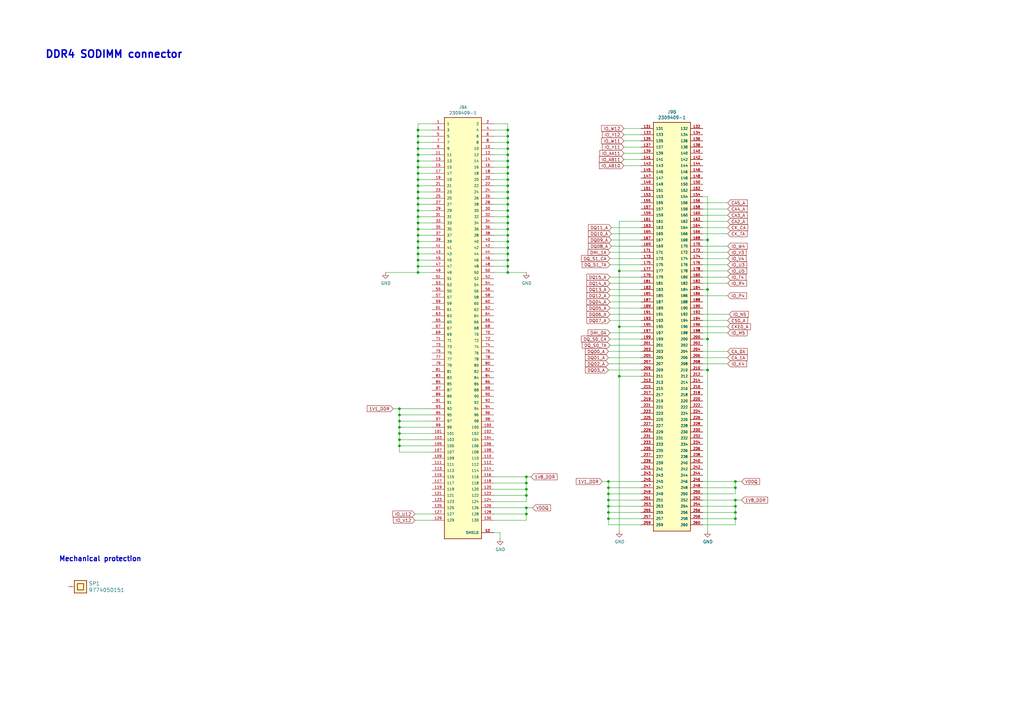
<source format=kicad_sch>
(kicad_sch (version 20211123) (generator eeschema)
  (paper "A3")
  (title_block (title "LPDDR4 Test Board") (date "2022-07-15") (rev "1.1.2"))
  (lib_symbols
    (symbol "lpddr4-test-board:2309409-1" (pin_names (offset 1.016))
      (property "Reference" "J" (at -7.62 87.63 0))
      (property "Value" "2309409-1" (at -3.81 87.63 0))
      (property "Manufacturer" "TE Connectivity" (at 0 0 0))
      (property "MPN" "2309409-1" (at 0 0 0))
      (symbol "2309409-1_1_0"
        (pin passive line (at -12.7 83.82 0) (length 5.08) (name "1") (number "1"))
        (pin passive line (at 12.7 73.66 180) (length 5.08) (name "10") (number "10"))
        (pin passive line (at 12.7 -40.64 180) (length 5.08) (name "100") (number "100"))
        (pin passive line (at -12.7 -43.18 0) (length 5.08) (name "101") (number "101"))
        (pin passive line (at 12.7 -43.18 180) (length 5.08) (name "102") (number "102"))
        (pin passive line (at -12.7 -45.72 0) (length 5.08) (name "103") (number "103"))
        (pin passive line (at 12.7 -45.72 180) (length 5.08) (name "104") (number "104"))
        (pin passive line (at -12.7 -48.26 0) (length 5.08) (name "105") (number "105"))
        (pin passive line (at 12.7 -48.26 180) (length 5.08) (name "106") (number "106"))
        (pin passive line (at -12.7 -50.8 0) (length 5.08) (name "107") (number "107"))
        (pin passive line (at 12.7 -50.8 180) (length 5.08) (name "108") (number "108"))
        (pin passive line (at -12.7 -53.34 0) (length 5.08) (name "109") (number "109"))
        (pin passive line (at -12.7 71.12 0) (length 5.08) (name "11") (number "11"))
        (pin passive line (at 12.7 -53.34 180) (length 5.08) (name "110") (number "110"))
        (pin passive line (at -12.7 -55.88 0) (length 5.08) (name "111") (number "111"))
        (pin passive line (at 12.7 -55.88 180) (length 5.08) (name "112") (number "112"))
        (pin passive line (at -12.7 -58.42 0) (length 5.08) (name "113") (number "113"))
        (pin passive line (at 12.7 -58.42 180) (length 5.08) (name "114") (number "114"))
        (pin passive line (at -12.7 -60.96 0) (length 5.08) (name "115") (number "115"))
        (pin passive line (at 12.7 -60.96 180) (length 5.08) (name "116") (number "116"))
        (pin passive line (at -12.7 -63.5 0) (length 5.08) (name "117") (number "117"))
        (pin passive line (at 12.7 -63.5 180) (length 5.08) (name "118") (number "118"))
        (pin passive line (at -12.7 -66.04 0) (length 5.08) (name "119") (number "119"))
        (pin passive line (at 12.7 71.12 180) (length 5.08) (name "12") (number "12"))
        (pin passive line (at 12.7 -66.04 180) (length 5.08) (name "120") (number "120"))
        (pin passive line (at -12.7 -68.58 0) (length 5.08) (name "121") (number "121"))
        (pin passive line (at 12.7 -68.58 180) (length 5.08) (name "122") (number "122"))
        (pin passive line (at -12.7 -71.12 0) (length 5.08) (name "123") (number "123"))
        (pin passive line (at 12.7 -71.12 180) (length 5.08) (name "124") (number "124"))
        (pin passive line (at -12.7 -73.66 0) (length 5.08) (name "125") (number "125"))
        (pin passive line (at 12.7 -73.66 180) (length 5.08) (name "126") (number "126"))
        (pin passive line (at -12.7 -76.2 0) (length 5.08) (name "127") (number "127"))
        (pin passive line (at 12.7 -76.2 180) (length 5.08) (name "128") (number "128"))
        (pin passive line (at -12.7 -78.74 0) (length 5.08) (name "129") (number "129"))
        (pin passive line (at -12.7 68.58 0) (length 5.08) (name "13") (number "13"))
        (pin passive line (at 12.7 -78.74 180) (length 5.08) (name "130") (number "130"))
        (pin passive line (at 12.7 68.58 180) (length 5.08) (name "14") (number "14"))
        (pin passive line (at -12.7 66.04 0) (length 5.08) (name "15") (number "15"))
        (pin passive line (at 12.7 66.04 180) (length 5.08) (name "16") (number "16"))
        (pin passive line (at -12.7 63.5 0) (length 5.08) (name "17") (number "17"))
        (pin passive line (at 12.7 63.5 180) (length 5.08) (name "18") (number "18"))
        (pin passive line (at -12.7 60.96 0) (length 5.08) (name "19") (number "19"))
        (pin passive line (at 12.7 83.82 180) (length 5.08) (name "2") (number "2"))
        (pin passive line (at 12.7 60.96 180) (length 5.08) (name "20") (number "20"))
        (pin passive line (at -12.7 58.42 0) (length 5.08) (name "21") (number "21"))
        (pin passive line (at 12.7 58.42 180) (length 5.08) (name "22") (number "22"))
        (pin passive line (at -12.7 55.88 0) (length 5.08) (name "23") (number "23"))
        (pin passive line (at 12.7 55.88 180) (length 5.08) (name "24") (number "24"))
        (pin passive line (at -12.7 53.34 0) (length 5.08) (name "25") (number "25"))
        (pin passive line (at 12.7 53.34 180) (length 5.08) (name "26") (number "26"))
        (pin passive line (at -12.7 50.8 0) (length 5.08) (name "27") (number "27"))
        (pin passive line (at 12.7 50.8 180) (length 5.08) (name "28") (number "28"))
        (pin passive line (at -12.7 48.26 0) (length 5.08) (name "29") (number "29"))
        (pin passive line (at -12.7 81.28 0) (length 5.08) (name "3") (number "3"))
        (pin passive line (at 12.7 48.26 180) (length 5.08) (name "30") (number "30"))
        (pin passive line (at -12.7 45.72 0) (length 5.08) (name "31") (number "31"))
        (pin passive line (at 12.7 45.72 180) (length 5.08) (name "32") (number "32"))
        (pin passive line (at -12.7 43.18 0) (length 5.08) (name "33") (number "33"))
        (pin passive line (at 12.7 43.18 180) (length 5.08) (name "34") (number "34"))
        (pin passive line (at -12.7 40.64 0) (length 5.08) (name "35") (number "35"))
        (pin passive line (at 12.7 40.64 180) (length 5.08) (name "36") (number "36"))
        (pin passive line (at -12.7 38.1 0) (length 5.08) (name "37") (number "37"))
        (pin passive line (at 12.7 38.1 180) (length 5.08) (name "38") (number "38"))
        (pin passive line (at -12.7 35.56 0) (length 5.08) (name "39") (number "39"))
        (pin passive line (at 12.7 81.28 180) (length 5.08) (name "4") (number "4"))
        (pin passive line (at 12.7 35.56 180) (length 5.08) (name "40") (number "40"))
        (pin passive line (at -12.7 33.02 0) (length 5.08) (name "41") (number "41"))
        (pin passive line (at 12.7 33.02 180) (length 5.08) (name "42") (number "42"))
        (pin passive line (at -12.7 30.48 0) (length 5.08) (name "43") (number "43"))
        (pin passive line (at 12.7 30.48 180) (length 5.08) (name "44") (number "44"))
        (pin passive line (at -12.7 27.94 0) (length 5.08) (name "45") (number "45"))
        (pin passive line (at 12.7 27.94 180) (length 5.08) (name "46") (number "46"))
        (pin passive line (at -12.7 25.4 0) (length 5.08) (name "47") (number "47"))
        (pin passive line (at 12.7 25.4 180) (length 5.08) (name "48") (number "48"))
        (pin passive line (at -12.7 22.86 0) (length 5.08) (name "49") (number "49"))
        (pin passive line (at -12.7 78.74 0) (length 5.08) (name "5") (number "5"))
        (pin passive line (at 12.7 22.86 180) (length 5.08) (name "50") (number "50"))
        (pin passive line (at -12.7 20.32 0) (length 5.08) (name "51") (number "51"))
        (pin passive line (at 12.7 20.32 180) (length 5.08) (name "52") (number "52"))
        (pin passive line (at -12.7 17.78 0) (length 5.08) (name "53") (number "53"))
        (pin passive line (at 12.7 17.78 180) (length 5.08) (name "54") (number "54"))
        (pin passive line (at -12.7 15.24 0) (length 5.08) (name "55") (number "55"))
        (pin passive line (at 12.7 15.24 180) (length 5.08) (name "56") (number "56"))
        (pin passive line (at -12.7 12.7 0) (length 5.08) (name "57") (number "57"))
        (pin passive line (at 12.7 12.7 180) (length 5.08) (name "58") (number "58"))
        (pin passive line (at -12.7 10.16 0) (length 5.08) (name "59") (number "59"))
        (pin passive line (at 12.7 78.74 180) (length 5.08) (name "6") (number "6"))
        (pin passive line (at 12.7 10.16 180) (length 5.08) (name "60") (number "60"))
        (pin passive line (at -12.7 7.62 0) (length 5.08) (name "61") (number "61"))
        (pin passive line (at 12.7 7.62 180) (length 5.08) (name "62") (number "62"))
        (pin passive line (at -12.7 5.08 0) (length 5.08) (name "63") (number "63"))
        (pin passive line (at 12.7 5.08 180) (length 5.08) (name "64") (number "64"))
        (pin passive line (at -12.7 2.54 0) (length 5.08) (name "65") (number "65"))
        (pin passive line (at 12.7 2.54 180) (length 5.08) (name "66") (number "66"))
        (pin passive line (at -12.7 0 0) (length 5.08) (name "67") (number "67"))
        (pin passive line (at 12.7 0 180) (length 5.08) (name "68") (number "68"))
        (pin passive line (at -12.7 -2.54 0) (length 5.08) (name "69") (number "69"))
        (pin passive line (at -12.7 76.2 0) (length 5.08) (name "7") (number "7"))
        (pin passive line (at 12.7 -2.54 180) (length 5.08) (name "70") (number "70"))
        (pin passive line (at -12.7 -5.08 0) (length 5.08) (name "71") (number "71"))
        (pin passive line (at 12.7 -5.08 180) (length 5.08) (name "72") (number "72"))
        (pin passive line (at -12.7 -7.62 0) (length 5.08) (name "73") (number "73"))
        (pin passive line (at 12.7 -7.62 180) (length 5.08) (name "74") (number "74"))
        (pin passive line (at -12.7 -10.16 0) (length 5.08) (name "75") (number "75"))
        (pin passive line (at 12.7 -10.16 180) (length 5.08) (name "76") (number "76"))
        (pin passive line (at -12.7 -12.7 0) (length 5.08) (name "77") (number "77"))
        (pin passive line (at 12.7 -12.7 180) (length 5.08) (name "78") (number "78"))
        (pin passive line (at -12.7 -15.24 0) (length 5.08) (name "79") (number "79"))
        (pin passive line (at 12.7 76.2 180) (length 5.08) (name "8") (number "8"))
        (pin passive line (at 12.7 -15.24 180) (length 5.08) (name "80") (number "80"))
        (pin passive line (at -12.7 -17.78 0) (length 5.08) (name "81") (number "81"))
        (pin passive line (at 12.7 -17.78 180) (length 5.08) (name "82") (number "82"))
        (pin passive line (at -12.7 -20.32 0) (length 5.08) (name "83") (number "83"))
        (pin passive line (at 12.7 -20.32 180) (length 5.08) (name "84") (number "84"))
        (pin passive line (at -12.7 -22.86 0) (length 5.08) (name "85") (number "85"))
        (pin passive line (at 12.7 -22.86 180) (length 5.08) (name "86") (number "86"))
        (pin passive line (at -12.7 -25.4 0) (length 5.08) (name "87") (number "87"))
        (pin passive line (at 12.7 -25.4 180) (length 5.08) (name "88") (number "88"))
        (pin passive line (at -12.7 -27.94 0) (length 5.08) (name "89") (number "89"))
        (pin passive line (at -12.7 73.66 0) (length 5.08) (name "9") (number "9"))
        (pin passive line (at 12.7 -27.94 180) (length 5.08) (name "90") (number "90"))
        (pin passive line (at -12.7 -30.48 0) (length 5.08) (name "91") (number "91"))
        (pin passive line (at 12.7 -30.48 180) (length 5.08) (name "92") (number "92"))
        (pin passive line (at -12.7 -33.02 0) (length 5.08) (name "93") (number "93"))
        (pin passive line (at 12.7 -33.02 180) (length 5.08) (name "94") (number "94"))
        (pin passive line (at -12.7 -35.56 0) (length 5.08) (name "95") (number "95"))
        (pin passive line (at 12.7 -35.56 180) (length 5.08) (name "96") (number "96"))
        (pin passive line (at -12.7 -38.1 0) (length 5.08) (name "97") (number "97"))
        (pin passive line (at 12.7 -38.1 180) (length 5.08) (name "98") (number "98"))
        (pin passive line (at -12.7 -40.64 0) (length 5.08) (name "99") (number "99"))
        (pin passive line (at 12.7 -83.82 180) (length 5.08) (name "SHIELD") (number "S1"))
        (pin passive line (at 12.7 -83.82 180) (length 5.08) (name "SHIELD") (number "S2"))
      )
      (symbol "2309409-1_1_1"
        (rectangle (start -7.62 86.36) (end 7.62 -86.36) (stroke (width 0.254)) (fill (type background)))
      )
      (symbol "2309409-1_2_0"
        (rectangle (start -7.62 83.82) (end 7.62 -83.82) (stroke (width 0.254)) (fill (type background)))
        (pin passive line (at -12.7 81.28 0) (length 5.08) (name "131") (number "131"))
        (pin passive line (at 12.7 81.28 180) (length 5.08) (name "132") (number "132"))
        (pin passive line (at -12.7 78.74 0) (length 5.08) (name "133") (number "133"))
        (pin passive line (at 12.7 78.74 180) (length 5.08) (name "134") (number "134"))
        (pin passive line (at -12.7 76.2 0) (length 5.08) (name "135") (number "135"))
        (pin passive line (at 12.7 76.2 180) (length 5.08) (name "136") (number "136"))
        (pin passive line (at -12.7 73.66 0) (length 5.08) (name "137") (number "137"))
        (pin passive line (at 12.7 73.66 180) (length 5.08) (name "138") (number "138"))
        (pin passive line (at -12.7 71.12 0) (length 5.08) (name "139") (number "139"))
        (pin passive line (at 12.7 71.12 180) (length 5.08) (name "140") (number "140"))
        (pin passive line (at -12.7 68.58 0) (length 5.08) (name "141") (number "141"))
        (pin passive line (at 12.7 68.58 180) (length 5.08) (name "142") (number "142"))
        (pin passive line (at -12.7 66.04 0) (length 5.08) (name "143") (number "143"))
        (pin passive line (at 12.7 66.04 180) (length 5.08) (name "144") (number "144"))
        (pin passive line (at -12.7 63.5 0) (length 5.08) (name "145") (number "145"))
        (pin passive line (at 12.7 63.5 180) (length 5.08) (name "146") (number "146"))
        (pin passive line (at -12.7 60.96 0) (length 5.08) (name "147") (number "147"))
        (pin passive line (at 12.7 60.96 180) (length 5.08) (name "148") (number "148"))
        (pin passive line (at -12.7 58.42 0) (length 5.08) (name "149") (number "149"))
        (pin passive line (at 12.7 58.42 180) (length 5.08) (name "150") (number "150"))
        (pin passive line (at -12.7 55.88 0) (length 5.08) (name "151") (number "151"))
        (pin passive line (at 12.7 55.88 180) (length 5.08) (name "152") (number "152"))
        (pin passive line (at -12.7 53.34 0) (length 5.08) (name "153") (number "153"))
        (pin passive line (at 12.7 53.34 180) (length 5.08) (name "154") (number "154"))
        (pin passive line (at -12.7 50.8 0) (length 5.08) (name "155") (number "155"))
        (pin passive line (at 12.7 50.8 180) (length 5.08) (name "156") (number "156"))
        (pin passive line (at -12.7 48.26 0) (length 5.08) (name "157") (number "157"))
        (pin passive line (at 12.7 48.26 180) (length 5.08) (name "158") (number "158"))
        (pin passive line (at -12.7 45.72 0) (length 5.08) (name "159") (number "159"))
        (pin passive line (at 12.7 45.72 180) (length 5.08) (name "160") (number "160"))
        (pin passive line (at -12.7 43.18 0) (length 5.08) (name "161") (number "161"))
        (pin passive line (at 12.7 43.18 180) (length 5.08) (name "162") (number "162"))
        (pin passive line (at -12.7 40.64 0) (length 5.08) (name "163") (number "163"))
        (pin passive line (at 12.7 40.64 180) (length 5.08) (name "164") (number "164"))
        (pin passive line (at -12.7 38.1 0) (length 5.08) (name "165") (number "165"))
        (pin passive line (at 12.7 38.1 180) (length 5.08) (name "166") (number "166"))
        (pin passive line (at -12.7 35.56 0) (length 5.08) (name "167") (number "167"))
        (pin passive line (at 12.7 35.56 180) (length 5.08) (name "168") (number "168"))
        (pin passive line (at -12.7 33.02 0) (length 5.08) (name "169") (number "169"))
        (pin passive line (at 12.7 33.02 180) (length 5.08) (name "170") (number "170"))
        (pin passive line (at -12.7 30.48 0) (length 5.08) (name "171") (number "171"))
        (pin passive line (at 12.7 30.48 180) (length 5.08) (name "172") (number "172"))
        (pin passive line (at -12.7 27.94 0) (length 5.08) (name "173") (number "173"))
        (pin passive line (at 12.7 27.94 180) (length 5.08) (name "174") (number "174"))
        (pin passive line (at -12.7 25.4 0) (length 5.08) (name "175") (number "175"))
        (pin passive line (at 12.7 25.4 180) (length 5.08) (name "176") (number "176"))
        (pin passive line (at -12.7 22.86 0) (length 5.08) (name "177") (number "177"))
        (pin passive line (at 12.7 22.86 180) (length 5.08) (name "178") (number "178"))
        (pin passive line (at -12.7 20.32 0) (length 5.08) (name "179") (number "179"))
        (pin passive line (at 12.7 20.32 180) (length 5.08) (name "180") (number "180"))
        (pin passive line (at -12.7 17.78 0) (length 5.08) (name "181") (number "181"))
        (pin passive line (at 12.7 17.78 180) (length 5.08) (name "182") (number "182"))
        (pin passive line (at -12.7 15.24 0) (length 5.08) (name "183") (number "183"))
        (pin passive line (at 12.7 15.24 180) (length 5.08) (name "184") (number "184"))
        (pin passive line (at -12.7 12.7 0) (length 5.08) (name "185") (number "185"))
        (pin passive line (at 12.7 12.7 180) (length 5.08) (name "186") (number "186"))
        (pin passive line (at -12.7 10.16 0) (length 5.08) (name "187") (number "187"))
        (pin passive line (at 12.7 10.16 180) (length 5.08) (name "188") (number "188"))
        (pin passive line (at -12.7 7.62 0) (length 5.08) (name "189") (number "189"))
        (pin passive line (at 12.7 7.62 180) (length 5.08) (name "190") (number "190"))
        (pin passive line (at -12.7 5.08 0) (length 5.08) (name "191") (number "191"))
        (pin passive line (at 12.7 5.08 180) (length 5.08) (name "192") (number "192"))
        (pin passive line (at -12.7 2.54 0) (length 5.08) (name "193") (number "193"))
        (pin passive line (at 12.7 2.54 180) (length 5.08) (name "194") (number "194"))
        (pin passive line (at -12.7 0 0) (length 5.08) (name "195") (number "195"))
        (pin passive line (at 12.7 0 180) (length 5.08) (name "196") (number "196"))
        (pin passive line (at -12.7 -2.54 0) (length 5.08) (name "197") (number "197"))
        (pin passive line (at 12.7 -2.54 180) (length 5.08) (name "198") (number "198"))
        (pin passive line (at -12.7 -5.08 0) (length 5.08) (name "199") (number "199"))
        (pin passive line (at 12.7 -5.08 180) (length 5.08) (name "200") (number "200"))
        (pin passive line (at -12.7 -7.62 0) (length 5.08) (name "201") (number "201"))
        (pin passive line (at 12.7 -7.62 180) (length 5.08) (name "202") (number "202"))
        (pin passive line (at -12.7 -10.16 0) (length 5.08) (name "203") (number "203"))
        (pin passive line (at 12.7 -10.16 180) (length 5.08) (name "204") (number "204"))
        (pin passive line (at -12.7 -12.7 0) (length 5.08) (name "205") (number "205"))
        (pin passive line (at 12.7 -12.7 180) (length 5.08) (name "206") (number "206"))
        (pin passive line (at -12.7 -15.24 0) (length 5.08) (name "207") (number "207"))
        (pin passive line (at 12.7 -15.24 180) (length 5.08) (name "208") (number "208"))
        (pin passive line (at -12.7 -17.78 0) (length 5.08) (name "209") (number "209"))
        (pin passive line (at 12.7 -17.78 180) (length 5.08) (name "210") (number "210"))
        (pin passive line (at -12.7 -20.32 0) (length 5.08) (name "211") (number "211"))
        (pin passive line (at 12.7 -20.32 180) (length 5.08) (name "212") (number "212"))
        (pin passive line (at -12.7 -22.86 0) (length 5.08) (name "213") (number "213"))
        (pin passive line (at 12.7 -22.86 180) (length 5.08) (name "214") (number "214"))
        (pin passive line (at -12.7 -25.4 0) (length 5.08) (name "215") (number "215"))
        (pin passive line (at 12.7 -25.4 180) (length 5.08) (name "216") (number "216"))
        (pin passive line (at -12.7 -27.94 0) (length 5.08) (name "217") (number "217"))
        (pin passive line (at 12.7 -27.94 180) (length 5.08) (name "218") (number "218"))
        (pin passive line (at -12.7 -30.48 0) (length 5.08) (name "219") (number "219"))
        (pin passive line (at 12.7 -30.48 180) (length 5.08) (name "220") (number "220"))
        (pin passive line (at -12.7 -33.02 0) (length 5.08) (name "221") (number "221"))
        (pin passive line (at 12.7 -33.02 180) (length 5.08) (name "222") (number "222"))
        (pin passive line (at -12.7 -35.56 0) (length 5.08) (name "223") (number "223"))
        (pin passive line (at 12.7 -35.56 180) (length 5.08) (name "224") (number "224"))
        (pin passive line (at -12.7 -38.1 0) (length 5.08) (name "225") (number "225"))
        (pin passive line (at 12.7 -38.1 180) (length 5.08) (name "226") (number "226"))
        (pin passive line (at -12.7 -40.64 0) (length 5.08) (name "227") (number "227"))
        (pin passive line (at 12.7 -40.64 180) (length 5.08) (name "228") (number "228"))
        (pin passive line (at -12.7 -43.18 0) (length 5.08) (name "229") (number "229"))
        (pin passive line (at 12.7 -43.18 180) (length 5.08) (name "230") (number "230"))
        (pin passive line (at -12.7 -45.72 0) (length 5.08) (name "231") (number "231"))
        (pin passive line (at 12.7 -45.72 180) (length 5.08) (name "232") (number "232"))
        (pin passive line (at -12.7 -48.26 0) (length 5.08) (name "233") (number "233"))
        (pin passive line (at 12.7 -48.26 180) (length 5.08) (name "234") (number "234"))
        (pin passive line (at -12.7 -50.8 0) (length 5.08) (name "235") (number "235"))
        (pin passive line (at 12.7 -50.8 180) (length 5.08) (name "236") (number "236"))
        (pin passive line (at -12.7 -53.34 0) (length 5.08) (name "237") (number "237"))
        (pin passive line (at 12.7 -53.34 180) (length 5.08) (name "238") (number "238"))
        (pin passive line (at -12.7 -55.88 0) (length 5.08) (name "239") (number "239"))
        (pin passive line (at 12.7 -55.88 180) (length 5.08) (name "240") (number "240"))
        (pin passive line (at -12.7 -58.42 0) (length 5.08) (name "241") (number "241"))
        (pin passive line (at 12.7 -58.42 180) (length 5.08) (name "242") (number "242"))
        (pin passive line (at -12.7 -60.96 0) (length 5.08) (name "243") (number "243"))
        (pin passive line (at 12.7 -60.96 180) (length 5.08) (name "244") (number "244"))
        (pin passive line (at -12.7 -63.5 0) (length 5.08) (name "245") (number "245"))
        (pin passive line (at 12.7 -63.5 180) (length 5.08) (name "246") (number "246"))
        (pin passive line (at -12.7 -66.04 0) (length 5.08) (name "247") (number "247"))
        (pin passive line (at 12.7 -66.04 180) (length 5.08) (name "248") (number "248"))
        (pin passive line (at -12.7 -68.58 0) (length 5.08) (name "249") (number "249"))
        (pin passive line (at 12.7 -68.58 180) (length 5.08) (name "250") (number "250"))
        (pin passive line (at -12.7 -71.12 0) (length 5.08) (name "251") (number "251"))
        (pin passive line (at 12.7 -71.12 180) (length 5.08) (name "252") (number "252"))
        (pin passive line (at -12.7 -73.66 0) (length 5.08) (name "253") (number "253"))
        (pin passive line (at 12.7 -73.66 180) (length 5.08) (name "254") (number "254"))
        (pin passive line (at -12.7 -76.2 0) (length 5.08) (name "255") (number "255"))
        (pin passive line (at 12.7 -76.2 180) (length 5.08) (name "256") (number "256"))
        (pin passive line (at -12.7 -78.74 0) (length 5.08) (name "257") (number "257"))
        (pin passive line (at 12.7 -78.74 180) (length 5.08) (name "258") (number "258"))
        (pin passive line (at -12.7 -81.28 0) (length 5.08) (name "259") (number "259"))
        (pin passive line (at 12.7 -81.28 180) (length 5.08) (name "260") (number "260"))
      )
    )
    (symbol "lpddr4-test-board:9774050151" (pin_names (offset 1.016))
      (property "Reference" "SP" (at -2.54 2.54 0))
      (property "Value" "9774050151" (at -2.54 -5.08 0))
      (symbol "9774050151_0_1"
        (rectangle (start -2.54 -2.54) (end 2.54 2.54) (stroke (width 0.254)) (fill (type background)))
        (rectangle (start -1.27 -1.27) (end 1.27 1.27) (stroke (width 0.254)) (fill (type background)))
        (pin passive line (at -5.08 0 0) (length 2.54) (name "1") (number "1"))
      )
    )
    (symbol "lpddr4-test-board:GND" (power) (pin_names (offset 0))
      (property "Value" "GND" (at 0 -3.81 0))
      (symbol "GND_0_1"
        (polyline (pts (xy 0 0) (xy 0 -1.27) (xy 1.27 -1.27) (xy 0 -2.54) (xy -1.27 -1.27) (xy 0 -1.27)))
      )
      (symbol "GND_1_1"
        (pin power_in line (at 0 0 270) (length 0) hide (name "GND") (number "1"))
      )
    )
  )
  (junction (at 208.28 71.12))
  (junction (at 290.195 118.745))
  (junction (at 249.555 202.565))
  (junction (at 208.28 68.58))
  (junction (at 215.9 210.82))
  (junction (at 208.28 60.96))
  (junction (at 171.45 111.76))
  (junction (at 163.83 167.64))
  (junction (at 171.45 106.68))
  (junction (at 171.45 99.06))
  (junction (at 208.28 86.36))
  (junction (at 208.28 93.98))
  (junction (at 171.45 78.74))
  (junction (at 249.555 205.105))
  (junction (at 249.555 200.025))
  (junction (at 171.45 86.36))
  (junction (at 171.45 76.2))
  (junction (at 171.45 96.52))
  (junction (at 171.45 104.14))
  (junction (at 171.45 83.82))
  (junction (at 208.28 66.04))
  (junction (at 215.9 208.28))
  (junction (at 254 111.125))
  (junction (at 208.28 109.22))
  (junction (at 171.45 66.04))
  (junction (at 301.625 205.105))
  (junction (at 208.28 88.9))
  (junction (at 163.83 180.34))
  (junction (at 215.9 195.58))
  (junction (at 163.83 175.26))
  (junction (at 171.45 73.66))
  (junction (at 208.28 55.88))
  (junction (at 163.83 177.8))
  (junction (at 208.28 53.34))
  (junction (at 249.555 197.485))
  (junction (at 171.45 109.22))
  (junction (at 171.45 81.28))
  (junction (at 171.45 91.44))
  (junction (at 208.28 76.2))
  (junction (at 208.28 83.82))
  (junction (at 163.83 170.18))
  (junction (at 301.625 207.645))
  (junction (at 171.45 68.58))
  (junction (at 290.195 98.425))
  (junction (at 208.28 78.74))
  (junction (at 171.45 63.5))
  (junction (at 208.28 104.14))
  (junction (at 215.9 200.66))
  (junction (at 208.28 106.68))
  (junction (at 171.45 101.6))
  (junction (at 208.28 111.76))
  (junction (at 171.45 71.12))
  (junction (at 208.28 73.66))
  (junction (at 301.625 210.185))
  (junction (at 208.28 91.44))
  (junction (at 254 154.305))
  (junction (at 171.45 58.42))
  (junction (at 208.28 63.5))
  (junction (at 301.625 212.725))
  (junction (at 171.45 60.96))
  (junction (at 163.83 172.72))
  (junction (at 208.28 81.28))
  (junction (at 163.83 182.88))
  (junction (at 171.45 88.9))
  (junction (at 249.555 212.725))
  (junction (at 208.28 101.6))
  (junction (at 208.28 99.06))
  (junction (at 249.555 207.645))
  (junction (at 171.45 53.34))
  (junction (at 215.9 203.2))
  (junction (at 171.45 55.88))
  (junction (at 301.625 197.485))
  (junction (at 290.195 151.765))
  (junction (at 290.195 139.065))
  (junction (at 208.28 58.42))
  (junction (at 249.555 210.185))
  (junction (at 171.45 93.98))
  (junction (at 215.9 198.12))
  (junction (at 301.625 200.025))
  (junction (at 208.28 96.52))
  (junction (at 254 133.985))
  (wire (pts (xy 171.45 111.76) (xy 158.115 111.76)))
  (wire (pts (xy 208.28 93.98) (xy 202.565 93.98)))
  (wire (pts (xy 163.83 182.88) (xy 163.83 185.42)))
  (wire (pts (xy 177.165 88.9) (xy 171.45 88.9)))
  (wire (pts (xy 163.83 177.8) (xy 163.83 180.34)))
  (wire (pts (xy 288.29 144.145) (xy 298.45 144.145)))
  (wire (pts (xy 163.83 175.26) (xy 177.165 175.26)))
  (wire (pts (xy 202.565 208.28) (xy 215.9 208.28)))
  (wire (pts (xy 202.565 63.5) (xy 208.28 63.5)))
  (wire (pts (xy 208.28 88.9) (xy 208.28 91.44)))
  (wire (pts (xy 202.565 210.82) (xy 215.9 210.82)))
  (wire (pts (xy 288.29 103.505) (xy 298.45 103.505)))
  (wire (pts (xy 262.89 212.725) (xy 249.555 212.725)))
  (wire (pts (xy 208.28 99.06) (xy 202.565 99.06)))
  (wire (pts (xy 250.19 126.365) (xy 262.89 126.365)))
  (wire (pts (xy 208.28 60.96) (xy 208.28 63.5)))
  (wire (pts (xy 250.19 106.045) (xy 262.89 106.045)))
  (wire (pts (xy 288.29 210.185) (xy 301.625 210.185)))
  (wire (pts (xy 208.28 68.58) (xy 208.28 71.12)))
  (wire (pts (xy 177.165 60.96) (xy 171.45 60.96)))
  (wire (pts (xy 177.165 99.06) (xy 171.45 99.06)))
  (wire (pts (xy 215.9 198.12) (xy 215.9 200.66)))
  (wire (pts (xy 301.625 205.105) (xy 304.165 205.105)))
  (wire (pts (xy 208.28 55.88) (xy 208.28 58.42)))
  (wire (pts (xy 288.29 80.645) (xy 290.195 80.645)))
  (wire (pts (xy 202.565 81.28) (xy 208.28 81.28)))
  (wire (pts (xy 262.89 93.345) (xy 250.825 93.345)))
  (wire (pts (xy 254 90.805) (xy 254 111.125)))
  (wire (pts (xy 249.555 200.025) (xy 249.555 202.565)))
  (wire (pts (xy 202.565 111.76) (xy 208.28 111.76)))
  (wire (pts (xy 171.45 99.06) (xy 171.45 101.6)))
  (wire (pts (xy 177.165 182.88) (xy 163.83 182.88)))
  (wire (pts (xy 177.165 55.88) (xy 171.45 55.88)))
  (wire (pts (xy 171.45 68.58) (xy 171.45 71.12)))
  (wire (pts (xy 163.83 175.26) (xy 163.83 177.8)))
  (wire (pts (xy 298.45 93.345) (xy 288.29 93.345)))
  (wire (pts (xy 171.45 60.96) (xy 171.45 63.5)))
  (wire (pts (xy 177.165 68.58) (xy 171.45 68.58)))
  (wire (pts (xy 288.29 151.765) (xy 290.195 151.765)))
  (wire (pts (xy 171.45 93.98) (xy 171.45 96.52)))
  (wire (pts (xy 255.905 55.245) (xy 262.89 55.245)))
  (wire (pts (xy 249.555 202.565) (xy 249.555 205.105)))
  (wire (pts (xy 288.29 116.205) (xy 298.45 116.205)))
  (wire (pts (xy 202.565 50.8) (xy 208.28 50.8)))
  (wire (pts (xy 249.555 144.145) (xy 262.89 144.145)))
  (wire (pts (xy 177.165 185.42) (xy 163.83 185.42)))
  (wire (pts (xy 208.28 99.06) (xy 208.28 101.6)))
  (wire (pts (xy 171.45 63.5) (xy 171.45 66.04)))
  (wire (pts (xy 208.28 76.2) (xy 202.565 76.2)))
  (wire (pts (xy 249.555 212.725) (xy 249.555 215.265)))
  (wire (pts (xy 177.165 50.8) (xy 171.45 50.8)))
  (wire (pts (xy 290.195 98.425) (xy 290.195 118.745)))
  (wire (pts (xy 249.555 149.225) (xy 262.89 149.225)))
  (wire (pts (xy 215.9 195.58) (xy 215.9 198.12)))
  (wire (pts (xy 171.45 104.14) (xy 171.45 106.68)))
  (wire (pts (xy 290.195 80.645) (xy 290.195 98.425)))
  (wire (pts (xy 218.44 208.28) (xy 215.9 208.28)))
  (wire (pts (xy 171.45 78.74) (xy 171.45 81.28)))
  (wire (pts (xy 288.29 146.685) (xy 298.45 146.685)))
  (wire (pts (xy 255.905 60.325) (xy 262.89 60.325)))
  (wire (pts (xy 202.565 66.04) (xy 208.28 66.04)))
  (wire (pts (xy 290.195 139.065) (xy 290.195 151.765)))
  (wire (pts (xy 262.89 200.025) (xy 249.555 200.025)))
  (wire (pts (xy 177.165 81.28) (xy 171.45 81.28)))
  (wire (pts (xy 171.45 55.88) (xy 171.45 58.42)))
  (wire (pts (xy 301.625 212.725) (xy 301.625 215.265)))
  (wire (pts (xy 247.015 197.485) (xy 249.555 197.485)))
  (wire (pts (xy 202.565 78.74) (xy 208.28 78.74)))
  (wire (pts (xy 177.165 96.52) (xy 171.45 96.52)))
  (wire (pts (xy 262.89 210.185) (xy 249.555 210.185)))
  (wire (pts (xy 202.565 101.6) (xy 208.28 101.6)))
  (wire (pts (xy 208.28 91.44) (xy 208.28 93.98)))
  (wire (pts (xy 301.625 197.485) (xy 301.625 200.025)))
  (wire (pts (xy 205.105 218.44) (xy 205.105 220.98)))
  (wire (pts (xy 208.28 53.34) (xy 202.565 53.34)))
  (wire (pts (xy 208.28 60.96) (xy 202.565 60.96)))
  (wire (pts (xy 208.28 86.36) (xy 208.28 88.9)))
  (wire (pts (xy 288.29 215.265) (xy 301.625 215.265)))
  (wire (pts (xy 202.565 96.52) (xy 208.28 96.52)))
  (wire (pts (xy 254 133.985) (xy 262.89 133.985)))
  (wire (pts (xy 177.165 106.68) (xy 171.45 106.68)))
  (wire (pts (xy 250.19 113.665) (xy 262.89 113.665)))
  (wire (pts (xy 171.45 101.6) (xy 171.45 104.14)))
  (wire (pts (xy 208.28 106.68) (xy 208.28 109.22)))
  (wire (pts (xy 208.28 96.52) (xy 208.28 99.06)))
  (wire (pts (xy 177.165 213.36) (xy 170.18 213.36)))
  (wire (pts (xy 288.29 118.745) (xy 290.195 118.745)))
  (wire (pts (xy 163.83 170.18) (xy 163.83 172.72)))
  (wire (pts (xy 208.28 101.6) (xy 208.28 104.14)))
  (wire (pts (xy 255.905 57.785) (xy 262.89 57.785)))
  (wire (pts (xy 301.625 205.105) (xy 301.625 207.645)))
  (wire (pts (xy 290.195 151.765) (xy 290.195 217.805)))
  (wire (pts (xy 288.29 205.105) (xy 301.625 205.105)))
  (wire (pts (xy 202.565 198.12) (xy 215.9 198.12)))
  (wire (pts (xy 250.19 118.745) (xy 262.89 118.745)))
  (wire (pts (xy 298.45 90.805) (xy 288.29 90.805)))
  (wire (pts (xy 254 133.985) (xy 254 154.305)))
  (wire (pts (xy 208.28 83.82) (xy 208.28 86.36)))
  (wire (pts (xy 301.625 200.025) (xy 301.625 202.565)))
  (wire (pts (xy 215.9 210.82) (xy 215.9 213.36)))
  (wire (pts (xy 171.45 109.22) (xy 171.45 111.76)))
  (wire (pts (xy 208.28 111.76) (xy 215.9 111.76)))
  (wire (pts (xy 249.555 197.485) (xy 249.555 200.025)))
  (wire (pts (xy 202.565 83.82) (xy 208.28 83.82)))
  (wire (pts (xy 208.28 81.28) (xy 208.28 83.82)))
  (wire (pts (xy 208.28 71.12) (xy 202.565 71.12)))
  (wire (pts (xy 208.28 68.58) (xy 202.565 68.58)))
  (wire (pts (xy 208.28 86.36) (xy 202.565 86.36)))
  (wire (pts (xy 177.165 71.12) (xy 171.45 71.12)))
  (wire (pts (xy 249.555 151.765) (xy 262.89 151.765)))
  (wire (pts (xy 202.565 73.66) (xy 208.28 73.66)))
  (wire (pts (xy 202.565 218.44) (xy 205.105 218.44)))
  (wire (pts (xy 288.29 139.065) (xy 290.195 139.065)))
  (wire (pts (xy 177.165 170.18) (xy 163.83 170.18)))
  (wire (pts (xy 177.165 177.8) (xy 163.83 177.8)))
  (wire (pts (xy 171.45 81.28) (xy 171.45 83.82)))
  (wire (pts (xy 250.19 128.905) (xy 262.89 128.905)))
  (wire (pts (xy 298.45 113.665) (xy 288.29 113.665)))
  (wire (pts (xy 177.165 86.36) (xy 171.45 86.36)))
  (wire (pts (xy 208.28 53.34) (xy 208.28 55.88)))
  (wire (pts (xy 202.565 205.74) (xy 215.9 205.74)))
  (wire (pts (xy 250.19 136.525) (xy 262.89 136.525)))
  (wire (pts (xy 208.28 104.14) (xy 208.28 106.68)))
  (wire (pts (xy 202.565 58.42) (xy 208.28 58.42)))
  (wire (pts (xy 215.9 200.66) (xy 215.9 203.2)))
  (wire (pts (xy 255.905 65.405) (xy 262.89 65.405)))
  (wire (pts (xy 304.165 197.485) (xy 301.625 197.485)))
  (wire (pts (xy 208.28 71.12) (xy 208.28 73.66)))
  (wire (pts (xy 255.905 62.865) (xy 262.89 62.865)))
  (wire (pts (xy 215.9 213.36) (xy 202.565 213.36)))
  (wire (pts (xy 171.45 58.42) (xy 177.165 58.42)))
  (wire (pts (xy 249.555 210.185) (xy 249.555 212.725)))
  (wire (pts (xy 161.29 167.64) (xy 163.83 167.64)))
  (wire (pts (xy 208.28 93.98) (xy 208.28 96.52)))
  (wire (pts (xy 177.165 83.82) (xy 171.45 83.82)))
  (wire (pts (xy 262.89 95.885) (xy 250.825 95.885)))
  (wire (pts (xy 298.45 108.585) (xy 288.29 108.585)))
  (wire (pts (xy 250.19 121.285) (xy 262.89 121.285)))
  (wire (pts (xy 250.19 123.825) (xy 262.89 123.825)))
  (wire (pts (xy 177.165 91.44) (xy 171.45 91.44)))
  (wire (pts (xy 177.165 76.2) (xy 171.45 76.2)))
  (wire (pts (xy 171.45 73.66) (xy 171.45 76.2)))
  (wire (pts (xy 249.555 215.265) (xy 262.89 215.265)))
  (wire (pts (xy 262.89 197.485) (xy 249.555 197.485)))
  (wire (pts (xy 254 154.305) (xy 254 217.805)))
  (wire (pts (xy 202.565 200.66) (xy 215.9 200.66)))
  (wire (pts (xy 298.45 121.285) (xy 288.29 121.285)))
  (wire (pts (xy 288.29 197.485) (xy 301.625 197.485)))
  (wire (pts (xy 262.89 100.965) (xy 250.825 100.965)))
  (wire (pts (xy 215.9 203.2) (xy 215.9 205.74)))
  (wire (pts (xy 202.565 88.9) (xy 208.28 88.9)))
  (wire (pts (xy 288.29 207.645) (xy 301.625 207.645)))
  (wire (pts (xy 208.28 106.68) (xy 202.565 106.68)))
  (wire (pts (xy 208.28 76.2) (xy 208.28 78.74)))
  (wire (pts (xy 298.45 106.045) (xy 288.29 106.045)))
  (wire (pts (xy 288.29 136.525) (xy 298.45 136.525)))
  (wire (pts (xy 177.165 111.76) (xy 171.45 111.76)))
  (wire (pts (xy 177.165 63.5) (xy 171.45 63.5)))
  (wire (pts (xy 171.45 71.12) (xy 171.45 73.66)))
  (wire (pts (xy 249.555 146.685) (xy 262.89 146.685)))
  (wire (pts (xy 262.89 111.125) (xy 254 111.125)))
  (wire (pts (xy 215.9 208.28) (xy 215.9 210.82)))
  (wire (pts (xy 288.29 133.985) (xy 298.45 133.985)))
  (wire (pts (xy 250.19 139.065) (xy 262.89 139.065)))
  (wire (pts (xy 208.28 109.22) (xy 208.28 111.76)))
  (wire (pts (xy 177.165 66.04) (xy 171.45 66.04)))
  (wire (pts (xy 177.165 167.64) (xy 163.83 167.64)))
  (wire (pts (xy 177.165 53.34) (xy 171.45 53.34)))
  (wire (pts (xy 250.19 103.505) (xy 262.89 103.505)))
  (wire (pts (xy 171.45 96.52) (xy 171.45 99.06)))
  (wire (pts (xy 298.45 85.725) (xy 288.29 85.725)))
  (wire (pts (xy 288.29 100.965) (xy 298.45 100.965)))
  (wire (pts (xy 298.45 88.265) (xy 288.29 88.265)))
  (wire (pts (xy 301.625 200.025) (xy 288.29 200.025)))
  (wire (pts (xy 288.29 149.225) (xy 298.45 149.225)))
  (wire (pts (xy 171.45 66.04) (xy 171.45 68.58)))
  (wire (pts (xy 177.165 104.14) (xy 171.45 104.14)))
  (wire (pts (xy 298.45 95.885) (xy 288.29 95.885)))
  (wire (pts (xy 163.83 172.72) (xy 163.83 175.26)))
  (wire (pts (xy 290.195 118.745) (xy 290.195 139.065)))
  (wire (pts (xy 177.165 73.66) (xy 171.45 73.66)))
  (wire (pts (xy 177.165 101.6) (xy 171.45 101.6)))
  (wire (pts (xy 177.165 172.72) (xy 163.83 172.72)))
  (wire (pts (xy 163.83 167.64) (xy 163.83 170.18)))
  (wire (pts (xy 301.625 207.645) (xy 301.625 210.185)))
  (wire (pts (xy 208.28 55.88) (xy 202.565 55.88)))
  (wire (pts (xy 177.165 109.22) (xy 171.45 109.22)))
  (wire (pts (xy 288.29 111.125) (xy 298.45 111.125)))
  (wire (pts (xy 163.83 180.34) (xy 163.83 182.88)))
  (wire (pts (xy 249.555 205.105) (xy 262.89 205.105)))
  (wire (pts (xy 249.555 205.105) (xy 249.555 207.645)))
  (wire (pts (xy 171.45 91.44) (xy 171.45 93.98)))
  (wire (pts (xy 250.19 131.445) (xy 262.89 131.445)))
  (wire (pts (xy 177.165 78.74) (xy 171.45 78.74)))
  (wire (pts (xy 171.45 83.82) (xy 171.45 86.36)))
  (wire (pts (xy 250.19 108.585) (xy 262.89 108.585)))
  (wire (pts (xy 171.45 53.34) (xy 171.45 55.88)))
  (wire (pts (xy 250.19 141.605) (xy 262.89 141.605)))
  (wire (pts (xy 288.29 98.425) (xy 290.195 98.425)))
  (wire (pts (xy 262.89 154.305) (xy 254 154.305)))
  (wire (pts (xy 255.905 67.945) (xy 262.89 67.945)))
  (wire (pts (xy 171.45 88.9) (xy 171.45 91.44)))
  (wire (pts (xy 262.89 207.645) (xy 249.555 207.645)))
  (wire (pts (xy 288.29 131.445) (xy 298.45 131.445)))
  (wire (pts (xy 208.28 91.44) (xy 202.565 91.44)))
  (wire (pts (xy 202.565 104.14) (xy 208.28 104.14)))
  (wire (pts (xy 208.28 78.74) (xy 208.28 81.28)))
  (wire (pts (xy 208.28 66.04) (xy 208.28 68.58)))
  (wire (pts (xy 177.165 180.34) (xy 163.83 180.34)))
  (wire (pts (xy 254 111.125) (xy 254 133.985)))
  (wire (pts (xy 171.45 76.2) (xy 171.45 78.74)))
  (wire (pts (xy 171.45 106.68) (xy 171.45 109.22)))
  (wire (pts (xy 208.28 73.66) (xy 208.28 76.2)))
  (wire (pts (xy 171.45 50.8) (xy 171.45 53.34)))
  (wire (pts (xy 171.45 86.36) (xy 171.45 88.9)))
  (wire (pts (xy 288.29 212.725) (xy 301.625 212.725)))
  (wire (pts (xy 288.29 128.905) (xy 299.085 128.905)))
  (wire (pts (xy 208.28 50.8) (xy 208.28 53.34)))
  (wire (pts (xy 262.89 202.565) (xy 249.555 202.565)))
  (wire (pts (xy 208.28 63.5) (xy 208.28 66.04)))
  (wire (pts (xy 202.565 109.22) (xy 208.28 109.22)))
  (wire (pts (xy 215.9 195.58) (xy 217.805 195.58)))
  (wire (pts (xy 250.19 116.205) (xy 262.89 116.205)))
  (wire (pts (xy 301.625 202.565) (xy 288.29 202.565)))
  (wire (pts (xy 262.89 98.425) (xy 250.825 98.425)))
  (wire (pts (xy 177.165 93.98) (xy 171.45 93.98)))
  (wire (pts (xy 262.89 90.805) (xy 254 90.805)))
  (wire (pts (xy 298.45 83.185) (xy 288.29 83.185)))
  (wire (pts (xy 202.565 203.2) (xy 215.9 203.2)))
  (wire (pts (xy 202.565 195.58) (xy 215.9 195.58)))
  (wire (pts (xy 301.625 210.185) (xy 301.625 212.725)))
  (wire (pts (xy 208.28 58.42) (xy 208.28 60.96)))
  (wire (pts (xy 249.555 207.645) (xy 249.555 210.185)))
  (wire (pts (xy 171.45 58.42) (xy 171.45 60.96)))
  (wire (pts (xy 255.905 52.705) (xy 262.89 52.705)))
  (wire (pts (xy 170.18 210.82) (xy 177.165 210.82)))
  (text "DDR4 SODIMM connector" (at 18.415 24.13 0) (effects (font (size 2.9972 2.9972) (thickness 0.5994) bold) (justify left bottom)))
  (text "Mechanical protection" (at 24.13 230.505 0) (effects (font (size 2.0066 2.0066) (thickness 0.4013) bold) (justify left bottom)))
  (global_label "CA2_A" (shape input) (at 298.45 90.805 0) (property "Intersheet References" "${INTERSHEET_REFS}" (effects hide)))
  (global_label "1V1_DDR" (shape input) (at 247.015 197.485 180) (property "Intersheet References" "${INTERSHEET_REFS}" (effects hide)))
  (global_label "DQ13_A" (shape input) (at 250.19 118.745 180) (property "Intersheet References" "${INTERSHEET_REFS}" (effects hide)))
  (global_label "DQ_S0_TA" (shape input) (at 250.19 141.605 180) (property "Intersheet References" "${INTERSHEET_REFS}" (effects hide)))
  (global_label "1V8_DDR" (shape input) (at 304.165 205.105 0) (property "Intersheet References" "${INTERSHEET_REFS}" (effects hide)))
  (global_label "DQ_S1_TA" (shape input) (at 250.19 108.585 180) (property "Intersheet References" "${INTERSHEET_REFS}" (effects hide)))
  (global_label "DQ12_A" (shape input) (at 250.19 121.285 180) (property "Intersheet References" "${INTERSHEET_REFS}" (effects hide)))
  (global_label "IO_R4" (shape input) (at 298.45 116.205 0) (property "Intersheet References" "${INTERSHEET_REFS}" (effects hide)))
  (global_label "DQ00_A" (shape input) (at 249.555 144.145 180) (property "Intersheet References" "${INTERSHEET_REFS}" (effects hide)))
  (global_label "IO_Y12" (shape input) (at 255.905 55.245 180) (property "Intersheet References" "${INTERSHEET_REFS}" (effects hide)))
  (global_label "DQ01_A" (shape input) (at 249.555 146.685 180) (property "Intersheet References" "${INTERSHEET_REFS}" (effects hide)))
  (global_label "CA_1A" (shape input) (at 298.45 146.685 0) (property "Intersheet References" "${INTERSHEET_REFS}" (effects hide)))
  (global_label "VDDQ" (shape input) (at 304.165 197.485 0) (property "Intersheet References" "${INTERSHEET_REFS}" (effects hide)))
  (global_label "IO_AB10" (shape input) (at 255.905 67.945 180) (property "Intersheet References" "${INTERSHEET_REFS}" (effects hide)))
  (global_label "CA3_A" (shape input) (at 298.45 88.265 0) (property "Intersheet References" "${INTERSHEET_REFS}" (effects hide)))
  (global_label "IO_N5" (shape input) (at 299.085 128.905 0) (property "Intersheet References" "${INTERSHEET_REFS}" (effects hide)))
  (global_label "IO_W4" (shape input) (at 298.45 100.965 0) (property "Intersheet References" "${INTERSHEET_REFS}" (effects hide)))
  (global_label "DQ02_A" (shape input) (at 249.555 149.225 180) (property "Intersheet References" "${INTERSHEET_REFS}" (effects hide)))
  (global_label "DQ05_A" (shape input) (at 250.19 126.365 180) (property "Intersheet References" "${INTERSHEET_REFS}" (effects hide)))
  (global_label "1V8_DDR" (shape input) (at 217.805 195.58 0) (property "Intersheet References" "${INTERSHEET_REFS}" (effects hide)))
  (global_label "IO_T4" (shape input) (at 298.45 113.665 0) (property "Intersheet References" "${INTERSHEET_REFS}" (effects hide)))
  (global_label "DQ11_A" (shape input) (at 250.825 93.345 180) (property "Intersheet References" "${INTERSHEET_REFS}" (effects hide)))
  (global_label "IO_M5" (shape input) (at 298.45 136.525 0) (property "Intersheet References" "${INTERSHEET_REFS}" (effects hide)))
  (global_label "DQ_S0_CA" (shape input) (at 250.19 139.065 180) (property "Intersheet References" "${INTERSHEET_REFS}" (effects hide)))
  (global_label "1V1_DDR" (shape input) (at 161.29 167.64 180) (property "Intersheet References" "${INTERSHEET_REFS}" (effects hide)))
  (global_label "DQ09_A" (shape input) (at 250.825 98.425 180) (property "Intersheet References" "${INTERSHEET_REFS}" (effects hide)))
  (global_label "IO_W12" (shape input) (at 255.905 52.705 180) (property "Intersheet References" "${INTERSHEET_REFS}" (effects hide)))
  (global_label "DQ06_A" (shape input) (at 250.19 128.905 180) (property "Intersheet References" "${INTERSHEET_REFS}" (effects hide)))
  (global_label "DQ14_A" (shape input) (at 250.19 116.205 180) (property "Intersheet References" "${INTERSHEET_REFS}" (effects hide)))
  (global_label "DQ10_A" (shape input) (at 250.825 95.885 180) (property "Intersheet References" "${INTERSHEET_REFS}" (effects hide)))
  (global_label "IO_Y11" (shape input) (at 255.905 60.325 180) (property "Intersheet References" "${INTERSHEET_REFS}" (effects hide)))
  (global_label "CK_CA" (shape input) (at 298.45 93.345 0) (property "Intersheet References" "${INTERSHEET_REFS}" (effects hide)))
  (global_label "DQ07_A" (shape input) (at 250.19 131.445 180) (property "Intersheet References" "${INTERSHEET_REFS}" (effects hide)))
  (global_label "CA5_A" (shape input) (at 298.45 83.185 0) (property "Intersheet References" "${INTERSHEET_REFS}" (effects hide)))
  (global_label "DQ15_A" (shape input) (at 250.19 113.665 180) (property "Intersheet References" "${INTERSHEET_REFS}" (effects hide)))
  (global_label "CA4_A" (shape input) (at 298.45 85.725 0) (property "Intersheet References" "${INTERSHEET_REFS}" (effects hide)))
  (global_label "IO_V3" (shape input) (at 298.45 103.505 0) (property "Intersheet References" "${INTERSHEET_REFS}" (effects hide)))
  (global_label "CKE0_A" (shape input) (at 298.45 133.985 0) (property "Intersheet References" "${INTERSHEET_REFS}" (effects hide)))
  (global_label "IO_K4" (shape input) (at 298.45 149.225 0) (property "Intersheet References" "${INTERSHEET_REFS}" (effects hide)))
  (global_label "IO_AB11" (shape input) (at 255.905 65.405 180) (property "Intersheet References" "${INTERSHEET_REFS}" (effects hide)))
  (global_label "CS0_A" (shape input) (at 298.45 131.445 0) (property "Intersheet References" "${INTERSHEET_REFS}" (effects hide)))
  (global_label "IO_W11" (shape input) (at 255.905 57.785 180) (property "Intersheet References" "${INTERSHEET_REFS}" (effects hide)))
  (global_label "IO_AA11" (shape input) (at 255.905 62.865 180) (property "Intersheet References" "${INTERSHEET_REFS}" (effects hide)))
  (global_label "IO_P4" (shape input) (at 298.45 121.285 0) (property "Intersheet References" "${INTERSHEET_REFS}" (effects hide)))
  (global_label "CA_0A" (shape input) (at 298.45 144.145 0) (property "Intersheet References" "${INTERSHEET_REFS}" (effects hide)))
  (global_label "DQ04_A" (shape input) (at 250.19 123.825 180) (property "Intersheet References" "${INTERSHEET_REFS}" (effects hide)))
  (global_label "IO_U5" (shape input) (at 298.45 111.125 0) (property "Intersheet References" "${INTERSHEET_REFS}" (effects hide)))
  (global_label "DQ08_A" (shape input) (at 250.825 100.965 180) (property "Intersheet References" "${INTERSHEET_REFS}" (effects hide)))
  (global_label "IO_V12" (shape input) (at 170.18 213.36 180) (property "Intersheet References" "${INTERSHEET_REFS}" (effects hide)))
  (global_label "IO_U3" (shape input) (at 298.45 108.585 0) (property "Intersheet References" "${INTERSHEET_REFS}" (effects hide)))
  (global_label "DMI_1A" (shape input) (at 250.19 103.505 180) (property "Intersheet References" "${INTERSHEET_REFS}" (effects hide)))
  (global_label "VDDQ" (shape input) (at 218.44 208.28 0) (property "Intersheet References" "${INTERSHEET_REFS}" (effects hide)))
  (global_label "IO_U12" (shape input) (at 170.18 210.82 180) (property "Intersheet References" "${INTERSHEET_REFS}" (effects hide)))
  (global_label "DQ_S1_CA" (shape input) (at 250.19 106.045 180) (property "Intersheet References" "${INTERSHEET_REFS}" (effects hide)))
  (global_label "IO_V4" (shape input) (at 298.45 106.045 0) (property "Intersheet References" "${INTERSHEET_REFS}" (effects hide)))
  (global_label "CK_TA" (shape input) (at 298.45 95.885 0) (property "Intersheet References" "${INTERSHEET_REFS}" (effects hide)))
  (global_label "DQ03_A" (shape input) (at 249.555 151.765 180) (property "Intersheet References" "${INTERSHEET_REFS}" (effects hide)))
  (global_label "DMI_0A" (shape input) (at 250.19 136.525 180) (property "Intersheet References" "${INTERSHEET_REFS}" (effects hide)))
  (symbol (lib_id "lpddr4-test-board:GND") (at 158.115 111.76 0) (unit 1)
    (property "Reference" "#PWR0223" (effects hide))
    (property "Value" "GND" (at 158.242 116.1542 0))
  )
  (symbol (lib_id "lpddr4-test-board:2309409-1") (at 189.865 134.62 0) (unit 1)
    (property "Reference" "J9" (at 189.865 44.0182 0))
    (property "Value" "2309409-1" (at 189.865 46.3296 0))
    (property "Footprint" "lpddr4-test-board-footprints:TE_2309409-1" (effects hide))
    (property "Manufacturer" "TE Connectivity" (effects hide))
    (property "MPN" "2309409-1" (effects hide))
  )
  (symbol (lib_id "lpddr4-test-board:2309409-1") (at 275.59 133.985 0) (unit 2)
    (property "Reference" "J9" (at 275.59 45.9232 0))
    (property "Value" "2309409-1" (at 275.59 48.2346 0))
    (property "Footprint" "lpddr4-test-board-footprints:TE_2309409-1" (effects hide))
    (property "MPN" "2309409-1" (effects hide))
    (property "Manufacturer" "TE Connectivity" (effects hide))
  )
  (symbol (lib_id "lpddr4-test-board:GND") (at 290.195 217.805 0) (unit 1)
    (property "Reference" "#PWR0227" (effects hide))
    (property "Value" "GND" (at 290.322 222.1992 0))
  )
  (symbol (lib_id "lpddr4-test-board:GND") (at 254 217.805 0) (unit 1)
    (property "Reference" "#PWR0226" (effects hide))
    (property "Value" "GND" (at 254.127 222.1992 0))
  )
  (symbol (lib_id "lpddr4-test-board:9774050151") (at 33.02 240.665 0) (unit 1)
    (property "Reference" "SP1" (at 36.322 239.3188 0) (effects (font (size 1.524 1.524)) (justify left)))
    (property "Value" "9774050151" (at 36.322 242.0112 0) (effects (font (size 1.524 1.524)) (justify left)))
    (property "Footprint" "lpddr4-test-board-footprints:9774050151" (effects hide))
    (property "Datasheet" "https://www.we-online.com/catalog/datasheet/9774050151.pdf" (effects hide))
    (property "Manufacturer" "Wurth Elektronik" (effects hide))
    (property "MPN" "9774050151" (effects hide))
  )
  (symbol (lib_id "lpddr4-test-board:GND") (at 215.9 111.76 0) (unit 1)
    (property "Reference" "#PWR0225" (effects hide))
    (property "Value" "GND" (at 216.027 116.1542 0))
  )
  (symbol (lib_id "lpddr4-test-board:GND") (at 205.105 220.98 0) (unit 1)
    (property "Reference" "#PWR0224" (effects hide))
    (property "Value" "GND" (at 205.232 225.3742 0))
  )
)
</source>
